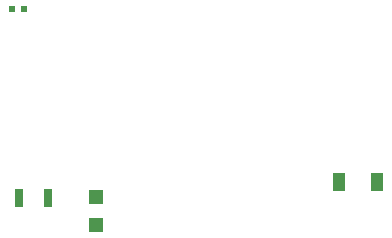
<source format=gbr>
%TF.GenerationSoftware,KiCad,Pcbnew,(6.0.6)*%
%TF.CreationDate,2022-07-16T02:41:13+02:00*%
%TF.ProjectId,toolhead_pcb,746f6f6c-6865-4616-945f-7063622e6b69,rev?*%
%TF.SameCoordinates,Original*%
%TF.FileFunction,Paste,Top*%
%TF.FilePolarity,Positive*%
%FSLAX46Y46*%
G04 Gerber Fmt 4.6, Leading zero omitted, Abs format (unit mm)*
G04 Created by KiCad (PCBNEW (6.0.6)) date 2022-07-16 02:41:13*
%MOMM*%
%LPD*%
G01*
G04 APERTURE LIST*
%ADD10R,1.000000X1.600000*%
%ADD11R,1.200000X1.200000*%
%ADD12R,0.500000X0.600000*%
%ADD13R,0.800000X1.600000*%
G04 APERTURE END LIST*
D10*
%TO.C,Probe filter diode*%
X98300000Y-96300000D03*
X101500000Y-96300000D03*
%TD*%
D11*
%TO.C,R1100*%
X77700000Y-97600000D03*
X77700000Y-100000000D03*
%TD*%
D12*
%TO.C,Thermistor Chamber*%
X70598500Y-81699000D03*
X71600000Y-81700000D03*
%TD*%
D13*
%TO.C,Hotend Led*%
X71200000Y-97700000D03*
X73600000Y-97700000D03*
%TD*%
M02*

</source>
